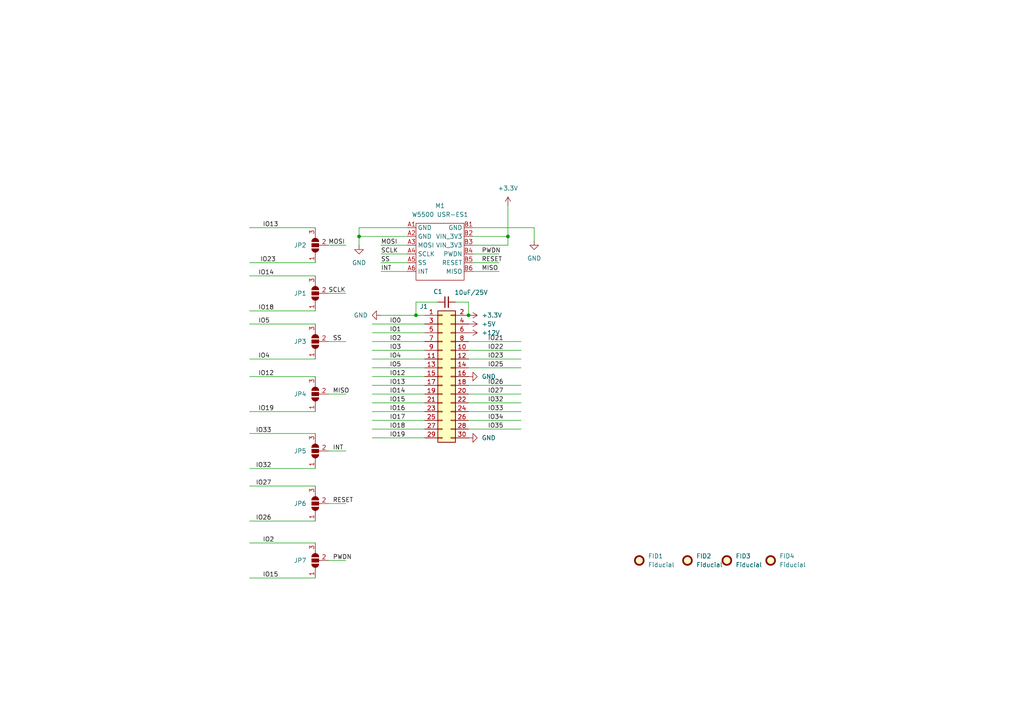
<source format=kicad_sch>
(kicad_sch (version 20231120) (generator "eeschema") (generator_version "8.0")
  (paper "A4")
  (lib_symbols
    (symbol "Connector_Generic:Conn_02x15_Odd_Even" (pin_names (offset 1.016) hide)
      (property "Reference" "J" (at 1.27 20.32 0))
      (property "Value" "Conn_02x15_Odd_Even" (at 1.27 -20.32 0))
      (symbol "Conn_02x15_Odd_Even_1_1"
        (rectangle (start -1.27 -17.653) (end 0 -17.907) (stroke (width 0.1524)))
        (rectangle (start -1.27 -15.113) (end 0 -15.367) (stroke (width 0.1524)))
        (rectangle (start -1.27 -12.573) (end 0 -12.827) (stroke (width 0.1524)))
        (rectangle (start -1.27 -10.033) (end 0 -10.287) (stroke (width 0.1524)))
        (rectangle (start -1.27 -7.493) (end 0 -7.747) (stroke (width 0.1524)))
        (rectangle (start -1.27 -4.953) (end 0 -5.207) (stroke (width 0.1524)))
        (rectangle (start -1.27 -2.413) (end 0 -2.667) (stroke (width 0.1524)))
        (rectangle (start -1.27 0.127) (end 0 -0.127) (stroke (width 0.1524)))
        (rectangle (start -1.27 2.667) (end 0 2.413) (stroke (width 0.1524)))
        (rectangle (start -1.27 5.207) (end 0 4.953) (stroke (width 0.1524)))
        (rectangle (start -1.27 7.747) (end 0 7.493) (stroke (width 0.1524)))
        (rectangle (start -1.27 10.287) (end 0 10.033) (stroke (width 0.1524)))
        (rectangle (start -1.27 12.827) (end 0 12.573) (stroke (width 0.1524)))
        (rectangle (start -1.27 15.367) (end 0 15.113) (stroke (width 0.1524)))
        (rectangle (start -1.27 17.907) (end 0 17.653) (stroke (width 0.1524)))
        (rectangle (start -1.27 19.05) (end 3.81 -19.05) (stroke (width 0.254)) (fill (type background)))
        (rectangle (start 3.81 -17.653) (end 2.54 -17.907) (stroke (width 0.1524)))
        (rectangle (start 3.81 -15.113) (end 2.54 -15.367) (stroke (width 0.1524)))
        (rectangle (start 3.81 -12.573) (end 2.54 -12.827) (stroke (width 0.1524)))
        (rectangle (start 3.81 -10.033) (end 2.54 -10.287) (stroke (width 0.1524)))
        (rectangle (start 3.81 -7.493) (end 2.54 -7.747) (stroke (width 0.1524)))
        (rectangle (start 3.81 -4.953) (end 2.54 -5.207) (stroke (width 0.1524)))
        (rectangle (start 3.81 -2.413) (end 2.54 -2.667) (stroke (width 0.1524)))
        (rectangle (start 3.81 0.127) (end 2.54 -0.127) (stroke (width 0.1524)))
        (rectangle (start 3.81 2.667) (end 2.54 2.413) (stroke (width 0.1524)))
        (rectangle (start 3.81 5.207) (end 2.54 4.953) (stroke (width 0.1524)))
        (rectangle (start 3.81 7.747) (end 2.54 7.493) (stroke (width 0.1524)))
        (rectangle (start 3.81 10.287) (end 2.54 10.033) (stroke (width 0.1524)))
        (rectangle (start 3.81 12.827) (end 2.54 12.573) (stroke (width 0.1524)))
        (rectangle (start 3.81 15.367) (end 2.54 15.113) (stroke (width 0.1524)))
        (rectangle (start 3.81 17.907) (end 2.54 17.653) (stroke (width 0.1524)))
        (pin passive line (at -5.08 17.78 0) (length 3.81) (name "Pin_1") (number "1"))
        (pin passive line (at 7.62 7.62 180) (length 3.81) (name "Pin_10") (number "10"))
        (pin passive line (at -5.08 5.08 0) (length 3.81) (name "Pin_11") (number "11"))
        (pin passive line (at 7.62 5.08 180) (length 3.81) (name "Pin_12") (number "12"))
        (pin passive line (at -5.08 2.54 0) (length 3.81) (name "Pin_13") (number "13"))
        (pin passive line (at 7.62 2.54 180) (length 3.81) (name "Pin_14") (number "14"))
        (pin passive line (at -5.08 0 0) (length 3.81) (name "Pin_15") (number "15"))
        (pin passive line (at 7.62 0 180) (length 3.81) (name "Pin_16") (number "16"))
        (pin passive line (at -5.08 -2.54 0) (length 3.81) (name "Pin_17") (number "17"))
        (pin passive line (at 7.62 -2.54 180) (length 3.81) (name "Pin_18") (number "18"))
        (pin passive line (at -5.08 -5.08 0) (length 3.81) (name "Pin_19") (number "19"))
        (pin passive line (at 7.62 17.78 180) (length 3.81) (name "Pin_2") (number "2"))
        (pin passive line (at 7.62 -5.08 180) (length 3.81) (name "Pin_20") (number "20"))
        (pin passive line (at -5.08 -7.62 0) (length 3.81) (name "Pin_21") (number "21"))
        (pin passive line (at 7.62 -7.62 180) (length 3.81) (name "Pin_22") (number "22"))
        (pin passive line (at -5.08 -10.16 0) (length 3.81) (name "Pin_23") (number "23"))
        (pin passive line (at 7.62 -10.16 180) (length 3.81) (name "Pin_24") (number "24"))
        (pin passive line (at -5.08 -12.7 0) (length 3.81) (name "Pin_25") (number "25"))
        (pin passive line (at 7.62 -12.7 180) (length 3.81) (name "Pin_26") (number "26"))
        (pin passive line (at -5.08 -15.24 0) (length 3.81) (name "Pin_27") (number "27"))
        (pin passive line (at 7.62 -15.24 180) (length 3.81) (name "Pin_28") (number "28"))
        (pin passive line (at -5.08 -17.78 0) (length 3.81) (name "Pin_29") (number "29"))
        (pin passive line (at -5.08 15.24 0) (length 3.81) (name "Pin_3") (number "3"))
        (pin passive line (at 7.62 -17.78 180) (length 3.81) (name "Pin_30") (number "30"))
        (pin passive line (at 7.62 15.24 180) (length 3.81) (name "Pin_4") (number "4"))
        (pin passive line (at -5.08 12.7 0) (length 3.81) (name "Pin_5") (number "5"))
        (pin passive line (at 7.62 12.7 180) (length 3.81) (name "Pin_6") (number "6"))
        (pin passive line (at -5.08 10.16 0) (length 3.81) (name "Pin_7") (number "7"))
        (pin passive line (at 7.62 10.16 180) (length 3.81) (name "Pin_8") (number "8"))
        (pin passive line (at -5.08 7.62 0) (length 3.81) (name "Pin_9") (number "9"))
      )
    )
    (symbol "Device:C_Small" (pin_numbers hide) (pin_names (offset 0.254) hide)
      (property "Reference" "C" (at 0.254 1.778 0))
      (property "Value" "C_Small" (at 0.254 -2.032 0))
      (symbol "C_Small_0_1"
        (polyline (pts (xy -1.524 -0.508) (xy 1.524 -0.508)) (stroke (width 0.3302)))
        (polyline (pts (xy -1.524 0.508) (xy 1.524 0.508)) (stroke (width 0.3048)))
      )
      (symbol "C_Small_1_1"
        (pin passive line (at 0 2.54 270) (length 2.032) (name "~") (number "1"))
        (pin passive line (at 0 -2.54 90) (length 2.032) (name "~") (number "2"))
      )
    )
    (symbol "Jumper:SolderJumper_3_Open" (pin_names (offset 0) hide) (exclude_from_sim yes) (in_bom no)
      (property "Reference" "JP" (at -2.54 -2.54 0))
      (property "Value" "SolderJumper_3_Open" (at 0 2.794 0))
      (symbol "SolderJumper_3_Open_0_1"
        (arc (start -1.016 1.016) (mid -2.0276 0) (end -1.016 -1.016))
        (arc (start -1.016 1.016) (mid -2.0276 0) (end -1.016 -1.016) (fill (type outline)))
        (rectangle (start -0.508 1.016) (end 0.508 -1.016) (fill (type outline)))
        (polyline (pts (xy -2.54 0) (xy -2.032 0)))
        (polyline (pts (xy -1.016 1.016) (xy -1.016 -1.016)))
        (polyline (pts (xy 0 -1.27) (xy 0 -1.016)))
        (polyline (pts (xy 1.016 1.016) (xy 1.016 -1.016)))
        (polyline (pts (xy 2.54 0) (xy 2.032 0)))
        (arc (start 1.016 -1.016) (mid 2.0276 0) (end 1.016 1.016))
        (arc (start 1.016 -1.016) (mid 2.0276 0) (end 1.016 1.016) (fill (type outline)))
      )
      (symbol "SolderJumper_3_Open_1_1"
        (pin passive line (at -5.08 0 0) (length 2.54) (name "A") (number "1"))
        (pin passive line (at 0 -3.81 90) (length 2.54) (name "C") (number "2"))
        (pin passive line (at 5.08 0 180) (length 2.54) (name "B") (number "3"))
      )
    )
    (symbol "KK_Ethernet:W5500_Module"
      (property "Reference" "M" (at -6.096 9.652 0))
      (property "Value" "W5500 USR-ES1" (at 5.842 9.906 0))
      (symbol "W5500_Module_0_1"
        (rectangle (start -6.35 7.62) (end 7.62 -8.89))
      )
      (symbol "W5500_Module_1_1"
        (pin power_in line (at -8.89 6.35 0) (length 2.54) (name "GND") (number "A1"))
        (pin power_in line (at -8.89 3.81 0) (length 2.54) (name "GND") (number "A2"))
        (pin input line (at -8.89 1.27 0) (length 2.54) (name "MOSI") (number "A3"))
        (pin input line (at -8.89 -1.27 0) (length 2.54) (name "SCLK") (number "A4"))
        (pin input line (at -8.89 -3.81 0) (length 2.54) (name "SS") (number "A5"))
        (pin output line (at -8.89 -6.35 0) (length 2.54) (name "INT") (number "A6"))
        (pin power_in line (at 10.16 6.35 180) (length 2.54) (name "GND") (number "B1"))
        (pin power_in line (at 10.16 3.81 180) (length 2.54) (name "VIN_3V3") (number "B2"))
        (pin power_in line (at 10.16 1.27 180) (length 2.54) (name "VIN_3V3") (number "B3"))
        (pin input line (at 10.16 -1.27 180) (length 2.54) (name "PWDN") (number "B4"))
        (pin input line (at 10.16 -3.81 180) (length 2.54) (name "RESET") (number "B5"))
        (pin input line (at 10.16 -6.35 180) (length 2.54) (name "MISO") (number "B6"))
      )
    )
    (symbol "Mechanical:Fiducial" (exclude_from_sim yes) (in_bom no)
      (property "Reference" "FID" (at 0 5.08 0))
      (property "Value" "Fiducial" (at 0 3.175 0))
      (symbol "Fiducial_0_1"
        (circle (center 0 0) (radius 1.27) (stroke (width 0.508)) (fill (type background)))
      )
    )
    (symbol "power:+12V" (power) (pin_names (offset 0))
      (property "Value" "+12V" (at 0 3.556 0))
      (symbol "+12V_0_1"
        (polyline (pts (xy -0.762 1.27) (xy 0 2.54)))
        (polyline (pts (xy 0 0) (xy 0 2.54)))
        (polyline (pts (xy 0 2.54) (xy 0.762 1.27)))
      )
      (symbol "+12V_1_1"
        (pin power_in line (at 0 0 90) (length 0) hide (name "+12V") (number "1"))
      )
    )
    (symbol "power:+3.3V" (power) (pin_names (offset 0))
      (property "Value" "+3.3V" (at 0 3.556 0))
      (symbol "+3.3V_0_1"
        (polyline (pts (xy -0.762 1.27) (xy 0 2.54)))
        (polyline (pts (xy 0 0) (xy 0 2.54)))
        (polyline (pts (xy 0 2.54) (xy 0.762 1.27)))
      )
      (symbol "+3.3V_1_1"
        (pin power_in line (at 0 0 90) (length 0) hide (name "+3.3V") (number "1"))
      )
    )
    (symbol "power:+5V" (power) (pin_names (offset 0))
      (property "Value" "+5V" (at 0 3.556 0))
      (symbol "+5V_0_1"
        (polyline (pts (xy -0.762 1.27) (xy 0 2.54)))
        (polyline (pts (xy 0 0) (xy 0 2.54)))
        (polyline (pts (xy 0 2.54) (xy 0.762 1.27)))
      )
      (symbol "+5V_1_1"
        (pin power_in line (at 0 0 90) (length 0) hide (name "+5V") (number "1"))
      )
    )
    (symbol "power:GND" (power) (pin_names (offset 0))
      (property "Value" "GND" (at 0 -3.81 0))
      (symbol "GND_0_1"
        (polyline (pts (xy 0 0) (xy 0 -1.27) (xy 1.27 -1.27) (xy 0 -2.54) (xy -1.27 -1.27) (xy 0 -1.27)))
      )
      (symbol "GND_1_1"
        (pin power_in line (at 0 0 270) (length 0) hide (name "GND") (number "1"))
      )
    )
  )
  (junction (at 135.89 91.44))
  (junction (at 120.65 91.44))
  (junction (at 147.32 68.58))
  (junction (at 104.14 68.58))
  (wire (pts (xy 137.16 68.58) (xy 147.32 68.58)))
  (wire (pts (xy 107.95 93.98) (xy 123.19 93.98)))
  (wire (pts (xy 151.13 111.76) (xy 135.89 111.76)))
  (wire (pts (xy 107.95 99.06) (xy 123.19 99.06)))
  (wire (pts (xy 104.14 66.04) (xy 118.11 66.04)))
  (wire (pts (xy 104.14 68.58) (xy 104.14 71.12)))
  (wire (pts (xy 107.95 104.14) (xy 123.19 104.14)))
  (wire (pts (xy 95.25 162.56) (xy 100.33 162.56)))
  (wire (pts (xy 151.13 119.38) (xy 135.89 119.38)))
  (wire (pts (xy 107.95 114.3) (xy 123.19 114.3)))
  (wire (pts (xy 110.49 73.66) (xy 118.11 73.66)))
  (wire (pts (xy 151.13 114.3) (xy 135.89 114.3)))
  (wire (pts (xy 120.65 91.44) (xy 123.19 91.44)))
  (wire (pts (xy 120.65 87.63) (xy 120.65 91.44)))
  (wire (pts (xy 110.49 91.44) (xy 120.65 91.44)))
  (wire (pts (xy 137.16 71.12) (xy 147.32 71.12)))
  (wire (pts (xy 72.39 125.73) (xy 91.44 125.73)))
  (wire (pts (xy 72.39 76.2) (xy 91.44 76.2)))
  (wire (pts (xy 132.08 87.63) (xy 135.89 87.63)))
  (wire (pts (xy 151.13 124.46) (xy 135.89 124.46)))
  (wire (pts (xy 95.25 85.09) (xy 100.33 85.09)))
  (wire (pts (xy 72.39 119.38) (xy 91.44 119.38)))
  (wire (pts (xy 95.25 71.12) (xy 100.33 71.12)))
  (wire (pts (xy 110.49 71.12) (xy 118.11 71.12)))
  (wire (pts (xy 107.95 109.22) (xy 123.19 109.22)))
  (wire (pts (xy 72.39 157.48) (xy 91.44 157.48)))
  (wire (pts (xy 135.89 87.63) (xy 135.89 91.44)))
  (wire (pts (xy 110.49 76.2) (xy 118.11 76.2)))
  (wire (pts (xy 107.95 116.84) (xy 123.19 116.84)))
  (wire (pts (xy 72.39 135.89) (xy 91.44 135.89)))
  (wire (pts (xy 107.95 119.38) (xy 123.19 119.38)))
  (wire (pts (xy 107.95 127) (xy 123.19 127)))
  (wire (pts (xy 137.16 78.74) (xy 144.78 78.74)))
  (wire (pts (xy 107.95 106.68) (xy 123.19 106.68)))
  (wire (pts (xy 72.39 167.64) (xy 91.44 167.64)))
  (wire (pts (xy 72.39 104.14) (xy 91.44 104.14)))
  (wire (pts (xy 95.25 146.05) (xy 100.33 146.05)))
  (wire (pts (xy 72.39 140.97) (xy 91.44 140.97)))
  (wire (pts (xy 137.16 76.2) (xy 144.78 76.2)))
  (wire (pts (xy 107.95 111.76) (xy 123.19 111.76)))
  (wire (pts (xy 72.39 151.13) (xy 91.44 151.13)))
  (wire (pts (xy 127 87.63) (xy 120.65 87.63)))
  (wire (pts (xy 137.16 73.66) (xy 144.78 73.66)))
  (wire (pts (xy 72.39 66.04) (xy 91.44 66.04)))
  (wire (pts (xy 72.39 80.01) (xy 91.44 80.01)))
  (wire (pts (xy 95.25 130.81) (xy 100.33 130.81)))
  (wire (pts (xy 151.13 104.14) (xy 135.89 104.14)))
  (wire (pts (xy 151.13 121.92) (xy 135.89 121.92)))
  (wire (pts (xy 104.14 68.58) (xy 118.11 68.58)))
  (wire (pts (xy 107.95 96.52) (xy 123.19 96.52)))
  (wire (pts (xy 104.14 66.04) (xy 104.14 68.58)))
  (wire (pts (xy 72.39 93.98) (xy 91.44 93.98)))
  (wire (pts (xy 147.32 68.58) (xy 147.32 71.12)))
  (wire (pts (xy 154.94 66.04) (xy 154.94 69.85)))
  (wire (pts (xy 107.95 121.92) (xy 123.19 121.92)))
  (wire (pts (xy 72.39 90.17) (xy 91.44 90.17)))
  (wire (pts (xy 151.13 116.84) (xy 135.89 116.84)))
  (wire (pts (xy 147.32 59.69) (xy 147.32 68.58)))
  (wire (pts (xy 151.13 101.6) (xy 135.89 101.6)))
  (wire (pts (xy 151.13 99.06) (xy 135.89 99.06)))
  (wire (pts (xy 110.49 78.74) (xy 118.11 78.74)))
  (wire (pts (xy 151.13 106.68) (xy 135.89 106.68)))
  (wire (pts (xy 137.16 66.04) (xy 154.94 66.04)))
  (wire (pts (xy 72.39 109.22) (xy 91.44 109.22)))
  (wire (pts (xy 95.25 99.06) (xy 100.33 99.06)))
  (wire (pts (xy 107.95 124.46) (xy 123.19 124.46)))
  (wire (pts (xy 107.95 101.6) (xy 123.19 101.6)))
  (wire (pts (xy 95.25 114.3) (xy 100.33 114.3)))
  (label "IO35" (at 146.05 124.46 180))
  (label "INT" (at 96.52 130.81 0))
  (label "MOSI" (at 95.25 71.12 0))
  (label "IO2" (at 113.03 99.06 0))
  (label "IO26" (at 146.05 111.76 180))
  (label "IO4" (at 113.03 104.14 0))
  (label "IO34" (at 146.05 121.92 180))
  (label "IO0" (at 113.03 93.98 0))
  (label "IO5" (at 113.03 106.68 0))
  (label "IO33" (at 146.05 119.38 180))
  (label "IO1" (at 113.03 96.52 0))
  (label "RESET" (at 96.52 146.05 0))
  (label "IO27" (at 78.74 140.97 180))
  (label "SS" (at 96.52 99.06 0))
  (label "IO15" (at 113.03 116.84 0))
  (label "IO13" (at 113.03 111.76 0))
  (label "IO18" (at 113.03 124.46 0))
  (label "PWDN" (at 96.52 162.56 0))
  (label "PWDN" (at 139.7 73.66 0))
  (label "IO17" (at 113.03 121.92 0))
  (label "IO14" (at 113.03 114.3 0))
  (label "IO15" (at 76.2 167.64 0))
  (label "SCLK" (at 95.25 85.09 0))
  (label "IO12" (at 74.93 109.22 0))
  (label "IO16" (at 113.03 119.38 0))
  (label "IO22" (at 146.05 101.6 180))
  (label "IO18" (at 74.93 90.17 0))
  (label "IO4" (at 74.93 104.14 0))
  (label "IO32" (at 146.05 116.84 180))
  (label "IO23" (at 146.05 104.14 180))
  (label "IO21" (at 146.05 99.06 180))
  (label "IO25" (at 146.05 106.68 180))
  (label "IO27" (at 146.05 114.3 180))
  (label "INT" (at 110.49 78.74 0))
  (label "IO3" (at 113.03 101.6 0))
  (label "MISO" (at 96.52 114.3 0))
  (label "IO2" (at 76.2 157.48 0))
  (label "IO32" (at 78.74 135.89 180))
  (label "IO23" (at 80.01 76.2 180))
  (label "IO5" (at 74.93 93.98 0))
  (label "IO19" (at 74.93 119.38 0))
  (label "SCLK" (at 110.49 73.66 0))
  (label "IO12" (at 113.03 109.22 0))
  (label "MISO" (at 139.7 78.74 0))
  (label "IO19" (at 113.03 127 0))
  (label "RESET" (at 139.7 76.2 0))
  (label "IO26" (at 78.74 151.13 180))
  (label "IO13" (at 76.2 66.04 0))
  (label "IO14" (at 74.93 80.01 0))
  (label "MOSI" (at 110.49 71.12 0))
  (label "IO33" (at 78.74 125.73 180))
  (label "SS" (at 110.49 76.2 0))
  (symbol (lib_id "Jumper:SolderJumper_3_Open") (at 91.44 99.06 90) (unit 1) (exclude_from_sim yes) (in_bom no)
    (property "Reference" "JP3" (at 88.9 99.0599 90) (effects (justify left)))
    (property "Value" "SolderJumper_3_Open" (effects (hide yes)))
    (property "Footprint" "Jumper:SolderJumper-3_P1.3mm_Open_RoundedPad1.0x1.5mm_NumberLabels" (effects (hide yes)))
    (property "Description" "Solder Jumper, 3-pole, open" (effects (hide yes)))
  )
  (symbol (lib_id "Mechanical:Fiducial") (at 210.82 162.56 0) (unit 1) (exclude_from_sim yes) (in_bom no)
    (property "Reference" "FID3" (at 213.36 161.2899 0) (effects (justify left)))
    (property "Value" "Fiducial" (at 213.36 163.8299 0) (effects (justify left)))
    (property "Footprint" "Fiducial:Fiducial_0.75mm_Mask2.25mm" (effects (hide yes)))
    (property "Description" "Fiducial Marker" (effects (hide yes)))
  )
  (symbol (lib_id "Mechanical:Fiducial") (at 223.52 162.56 0) (unit 1) (exclude_from_sim yes) (in_bom no)
    (property "Reference" "FID4" (at 226.06 161.2899 0) (effects (justify left)))
    (property "Value" "Fiducial" (at 226.06 163.8299 0) (effects (justify left)))
    (property "Footprint" "Fiducial:Fiducial_0.75mm_Mask2.25mm" (effects (hide yes)))
    (property "Description" "Fiducial Marker" (effects (hide yes)))
  )
  (symbol (lib_id "Jumper:SolderJumper_3_Open") (at 91.44 130.81 90) (unit 1) (exclude_from_sim yes) (in_bom no)
    (property "Reference" "JP5" (at 88.9 130.8099 90) (effects (justify left)))
    (property "Value" "SolderJumper_3_Open" (effects (hide yes)))
    (property "Footprint" "Jumper:SolderJumper-3_P1.3mm_Open_RoundedPad1.0x1.5mm_NumberLabels" (effects (hide yes)))
    (property "Description" "Solder Jumper, 3-pole, open" (effects (hide yes)))
  )
  (symbol (lib_id "power:+3.3V") (at 147.32 59.69 0) (unit 1)
    (property "Reference" "#PWR08" (effects (hide yes)))
    (property "Value" "+3.3V" (at 147.32 54.61 0))
  )
  (symbol (lib_id "power:GND") (at 154.94 69.85 0) (unit 1)
    (property "Reference" "#PWR07" (effects (hide yes)))
    (property "Value" "GND" (at 154.94 74.93 0))
  )
  (symbol (lib_id "power:+3.3V") (at 135.89 91.44 270) (unit 1)
    (property "Reference" "#PWR02" (effects (hide yes)))
    (property "Value" "+3.3V" (at 139.7 91.44 90) (effects (justify left)))
  )
  (symbol (lib_id "Jumper:SolderJumper_3_Open") (at 91.44 114.3 90) (unit 1) (exclude_from_sim yes) (in_bom no)
    (property "Reference" "JP4" (at 88.9 114.2999 90) (effects (justify left)))
    (property "Value" "SolderJumper_3_Open" (effects (hide yes)))
    (property "Footprint" "Jumper:SolderJumper-3_P1.3mm_Open_RoundedPad1.0x1.5mm_NumberLabels" (effects (hide yes)))
    (property "Description" "Solder Jumper, 3-pole, open" (effects (hide yes)))
  )
  (symbol (lib_id "Mechanical:Fiducial") (at 199.39 162.56 0) (unit 1) (exclude_from_sim yes) (in_bom no)
    (property "Reference" "FID2" (at 201.93 161.2899 0) (effects (justify left)))
    (property "Value" "Fiducial" (at 201.93 163.8299 0) (effects (justify left)))
    (property "Footprint" "Fiducial:Fiducial_0.75mm_Mask2.25mm" (effects (hide yes)))
    (property "Description" "Fiducial Marker" (effects (hide yes)))
  )
  (symbol (lib_id "KK_Ethernet:W5500_Module") (at 127 72.39 0) (unit 1)
    (property "Reference" "M1" (at 127.635 59.69 0))
    (property "Value" "W5500 USR-ES1" (at 127.635 62.23 0))
    (property "Footprint" "Module:W5500_USR-ES1" (effects (hide yes)))
    (property "cena" "24,2" (effects (hide yes)))
  )
  (symbol (lib_id "Mechanical:Fiducial") (at 185.42 162.56 0) (unit 1) (exclude_from_sim yes) (in_bom no)
    (property "Reference" "FID1" (at 187.96 161.2899 0) (effects (justify left)))
    (property "Value" "Fiducial" (at 187.96 163.8299 0) (effects (justify left)))
    (property "Footprint" "Fiducial:Fiducial_0.75mm_Mask2.25mm" (effects (hide yes)))
    (property "Description" "Fiducial Marker" (effects (hide yes)))
  )
  (symbol (lib_id "Jumper:SolderJumper_3_Open") (at 91.44 162.56 90) (unit 1) (exclude_from_sim yes) (in_bom no)
    (property "Reference" "JP7" (at 88.9 162.5599 90) (effects (justify left)))
    (property "Value" "SolderJumper_3_Open" (effects (hide yes)))
    (property "Footprint" "Jumper:SolderJumper-3_P1.3mm_Open_RoundedPad1.0x1.5mm_NumberLabels" (effects (hide yes)))
    (property "Description" "Solder Jumper, 3-pole, open" (effects (hide yes)))
  )
  (symbol (lib_id "Jumper:SolderJumper_3_Open") (at 91.44 85.09 90) (unit 1) (exclude_from_sim yes) (in_bom no)
    (property "Reference" "JP1" (at 88.9 85.0899 90) (effects (justify left)))
    (property "Value" "SolderJumper_3_Open" (effects (hide yes)))
    (property "Footprint" "Jumper:SolderJumper-3_P1.3mm_Open_RoundedPad1.0x1.5mm_NumberLabels" (effects (hide yes)))
    (property "Description" "Solder Jumper, 3-pole, open" (effects (hide yes)))
  )
  (symbol (lib_id "power:+5V") (at 135.89 93.98 270) (unit 1)
    (property "Reference" "#PWR03" (effects (hide yes)))
    (property "Value" "+5V" (at 139.7 93.98 90) (effects (justify left)))
  )
  (symbol (lib_id "Connector_Generic:Conn_02x15_Odd_Even") (at 128.27 109.22 0) (unit 1) (in_bom no)
    (property "Reference" "J1" (at 122.936 88.9 0))
    (property "Value" "Conn_02x15_Odd_Even" (effects (hide yes)))
    (property "Footprint" "Connector_PinHeader_2.54mm:PinHeader_2x15_P2.54mm_Vertical" (effects (hide yes)))
    (property "LCSC part#" "C132129" (effects (hide yes)))
    (property "cena" "0,8" (effects (hide yes)))
    (property "MARITEX" "ULO-PH409-2*15SF11" (effects (hide yes)))
  )
  (symbol (lib_id "power:GND") (at 110.49 91.44 270) (unit 1)
    (property "Reference" "#PWR01" (effects (hide yes)))
    (property "Value" "GND" (at 106.68 91.44 90) (effects (justify right)))
  )
  (symbol (lib_id "Jumper:SolderJumper_3_Open") (at 91.44 71.12 90) (unit 1) (exclude_from_sim yes) (in_bom no)
    (property "Reference" "JP2" (at 88.9 71.1199 90) (effects (justify left)))
    (property "Value" "SolderJumper_3_Open" (effects (hide yes)))
    (property "Footprint" "Jumper:SolderJumper-3_P1.3mm_Open_RoundedPad1.0x1.5mm_NumberLabels" (effects (hide yes)))
    (property "Description" "Solder Jumper, 3-pole, open" (effects (hide yes)))
  )
  (symbol (lib_id "power:GND") (at 135.89 109.22 90) (mirror x) (unit 1)
    (property "Reference" "#PWR05" (effects (hide yes)))
    (property "Value" "GND" (at 139.7 109.22 90) (effects (justify right)))
  )
  (symbol (lib_id "Device:C_Small") (at 129.54 87.63 90) (unit 1)
    (property "Reference" "C1" (at 127 84.582 90))
    (property "Value" "10uF/25V" (at 136.652 84.836 90))
    (property "Footprint" "Capacitor_SMD:C_0805_2012Metric" (effects (hide yes)))
    (property "Description" "Unpolarized capacitor, small symbol" (effects (hide yes)))
    (property "cena" "0,7" (effects (hide yes)))
  )
  (symbol (lib_id "power:GND") (at 104.14 71.12 0) (unit 1)
    (property "Reference" "#PWR09" (effects (hide yes)))
    (property "Value" "GND" (at 104.14 76.2 0))
  )
  (symbol (lib_id "power:GND") (at 135.89 127 90) (unit 1)
    (property "Reference" "#PWR06" (effects (hide yes)))
    (property "Value" "GND" (at 139.7 127 90) (effects (justify right)))
  )
  (symbol (lib_id "power:+12V") (at 135.89 96.52 270) (unit 1)
    (property "Reference" "#PWR04" (effects (hide yes)))
    (property "Value" "+12V" (at 139.7 96.52 90) (effects (justify left)))
  )
  (symbol (lib_id "Jumper:SolderJumper_3_Open") (at 91.44 146.05 90) (unit 1) (exclude_from_sim yes) (in_bom no)
    (property "Reference" "JP6" (at 88.9 146.0499 90) (effects (justify left)))
    (property "Value" "SolderJumper_3_Open" (effects (hide yes)))
    (property "Footprint" "Jumper:SolderJumper-3_P1.3mm_Open_RoundedPad1.0x1.5mm_NumberLabels" (effects (hide yes)))
    (property "Description" "Solder Jumper, 3-pole, open" (effects (hide yes)))
  )
)
</source>
